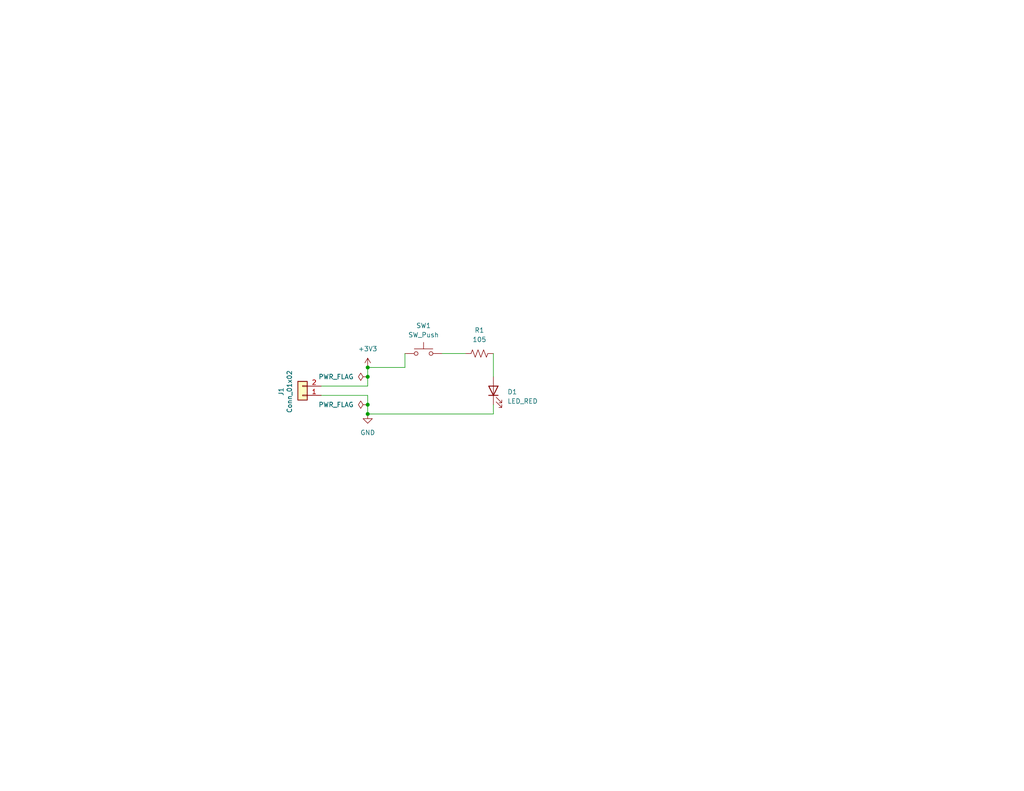
<source format=kicad_sch>
(kicad_sch (version 20231120) (generator "eeschema") (generator_version "8.0")
  (paper "USLetter")
  (title_block (title "Rushil Proj1 LED") (date "9-11-2025") (rev "1.0") (company "Illini Solar Car") (comment 1 "Designed By: Rushil Ramachandran"))
  (lib_symbols
    (symbol "Connector_Generic:Conn_01x02" (pin_names (offset 1.016) hide)
      (property "Reference" "J" (at 0 2.54 0))
      (property "Value" "Conn_01x02" (at 0 -5.08 0))
      (symbol "Conn_01x02_1_1"
        (rectangle (start -1.27 -2.413) (end 0 -2.667) (stroke (width 0.1524)))
        (rectangle (start -1.27 0.127) (end 0 -0.127) (stroke (width 0.1524)))
        (rectangle (start -1.27 1.27) (end 1.27 -3.81) (stroke (width 0.254)) (fill (type background)))
        (pin passive line (at -5.08 0 0) (length 3.81) (name "Pin_1") (number "1"))
        (pin passive line (at -5.08 -2.54 0) (length 3.81) (name "Pin_2") (number "2"))
      )
    )
    (symbol "Device:LED" (pin_numbers hide) (pin_names (offset 1.016) hide)
      (property "Reference" "D" (at 0 2.54 0))
      (property "Value" "LED" (at 0 -2.54 0))
      (symbol "LED_0_1"
        (polyline (pts (xy -1.27 -1.27) (xy -1.27 1.27)) (stroke (width 0.254)))
        (polyline (pts (xy -1.27 0) (xy 1.27 0)))
        (polyline (pts (xy 1.27 -1.27) (xy 1.27 1.27) (xy -1.27 0) (xy 1.27 -1.27)) (stroke (width 0.254)))
        (polyline (pts (xy -3.048 -0.762) (xy -4.572 -2.286) (xy -3.81 -2.286) (xy -4.572 -2.286) (xy -4.572 -1.524)))
        (polyline (pts (xy -1.778 -0.762) (xy -3.302 -2.286) (xy -2.54 -2.286) (xy -3.302 -2.286) (xy -3.302 -1.524)))
      )
      (symbol "LED_1_1"
        (pin passive line (at -3.81 0 0) (length 2.54) (name "K") (number "1"))
        (pin passive line (at 3.81 0 180) (length 2.54) (name "A") (number "2"))
      )
    )
    (symbol "Device:R_US" (pin_numbers hide) (pin_names (offset 0))
      (property "Reference" "R" (at 2.54 0 90))
      (property "Value" "R_US" (at -2.54 0 90))
      (symbol "R_US_0_1"
        (polyline (pts (xy 0 -2.286) (xy 0 -2.54)))
        (polyline (pts (xy 0 2.286) (xy 0 2.54)))
        (polyline (pts (xy 0 -0.762) (xy 1.016 -1.143) (xy 0 -1.524) (xy -1.016 -1.905) (xy 0 -2.286)))
        (polyline (pts (xy 0 0.762) (xy 1.016 0.381) (xy 0 0) (xy -1.016 -0.381) (xy 0 -0.762)))
        (polyline (pts (xy 0 2.286) (xy 1.016 1.905) (xy 0 1.524) (xy -1.016 1.143) (xy 0 0.762)))
      )
      (symbol "R_US_1_1"
        (pin passive line (at 0 3.81 270) (length 1.27) (name "~") (number "1"))
        (pin passive line (at 0 -3.81 90) (length 1.27) (name "~") (number "2"))
      )
    )
    (symbol "Switch:SW_Push" (pin_numbers hide) (pin_names (offset 1.016) hide)
      (property "Reference" "SW" (at 1.27 2.54 0))
      (property "Value" "SW_Push" (at 0 -1.524 0))
      (symbol "SW_Push_0_1"
        (circle (center -2.032 0) (radius 0.508))
        (polyline (pts (xy 0 1.27) (xy 0 3.048)))
        (polyline (pts (xy 2.54 1.27) (xy -2.54 1.27)))
        (circle (center 2.032 0) (radius 0.508))
        (pin passive line (at -5.08 0 0) (length 2.54) (name "1") (number "1"))
        (pin passive line (at 5.08 0 180) (length 2.54) (name "2") (number "2"))
      )
    )
    (symbol "power:+3V3" (power) (pin_names (offset 0))
      (property "Value" "+3V3" (at 0 3.556 0))
      (symbol "+3V3_0_1"
        (polyline (pts (xy -0.762 1.27) (xy 0 2.54)))
        (polyline (pts (xy 0 0) (xy 0 2.54)))
        (polyline (pts (xy 0 2.54) (xy 0.762 1.27)))
      )
      (symbol "+3V3_1_1"
        (pin power_in line (at 0 0 90) (length 0) hide (name "+3V3") (number "1"))
      )
    )
    (symbol "power:GND" (power) (pin_names (offset 0))
      (property "Value" "GND" (at 0 -3.81 0))
      (symbol "GND_0_1"
        (polyline (pts (xy 0 0) (xy 0 -1.27) (xy 1.27 -1.27) (xy 0 -2.54) (xy -1.27 -1.27) (xy 0 -1.27)))
      )
      (symbol "GND_1_1"
        (pin power_in line (at 0 0 270) (length 0) hide (name "GND") (number "1"))
      )
    )
    (symbol "power:PWR_FLAG" (power) (pin_numbers hide) (pin_names (offset 0) hide)
      (property "Value" "PWR_FLAG" (at 0 3.81 0))
      (symbol "PWR_FLAG_0_0"
        (pin power_out line (at 0 0 90) (length 0) (name "pwr") (number "1"))
      )
      (symbol "PWR_FLAG_0_1"
        (polyline (pts (xy 0 0) (xy 0 1.27) (xy -1.016 1.905) (xy 0 2.54) (xy 1.016 1.905) (xy 0 1.27)))
      )
    )
  )
  (junction (at 100.33 100.33))
  (junction (at 100.33 113.03))
  (junction (at 100.33 102.87))
  (junction (at 100.33 110.49))
  (wire (pts (xy 134.62 113.03) (xy 134.62 110.49)))
  (wire (pts (xy 134.62 96.52) (xy 134.62 102.87)))
  (wire (pts (xy 100.33 110.49) (xy 100.33 113.03)))
  (wire (pts (xy 100.33 102.87) (xy 100.33 105.41)))
  (wire (pts (xy 100.33 100.33) (xy 100.33 102.87)))
  (wire (pts (xy 100.33 107.95) (xy 100.33 110.49)))
  (wire (pts (xy 87.63 107.95) (xy 100.33 107.95)))
  (wire (pts (xy 87.63 105.41) (xy 100.33 105.41)))
  (wire (pts (xy 110.49 100.33) (xy 110.49 96.52)))
  (wire (pts (xy 134.62 113.03) (xy 100.33 113.03)))
  (wire (pts (xy 120.65 96.52) (xy 127 96.52)))
  (wire (pts (xy 100.33 100.33) (xy 110.49 100.33)))
  (symbol (lib_id "power:GND") (at 100.33 113.03 0) (unit 1)
    (property "Reference" "#PWR02" (effects (hide yes)))
    (property "Value" "GND" (at 100.33 118.11 0))
    (property "Description" "Power symbol creates a global label with name \"GND\" , ground" (effects (hide yes)))
  )
  (symbol (lib_id "power:PWR_FLAG") (at 100.33 102.87 90) (unit 1)
    (property "Reference" "#FLG01" (effects (hide yes)))
    (property "Value" "PWR_FLAG" (at 96.52 102.8699 90) (effects (justify left)))
    (property "Description" "Special symbol for telling ERC where power comes from" (effects (hide yes)))
  )
  (symbol (lib_id "power:PWR_FLAG") (at 100.33 110.49 90) (unit 1)
    (property "Reference" "#FLG02" (effects (hide yes)))
    (property "Value" "PWR_FLAG" (at 96.52 110.4899 90) (effects (justify left)))
    (property "Description" "Special symbol for telling ERC where power comes from" (effects (hide yes)))
  )
  (symbol (lib_id "Device:R_US") (at 130.81 96.52 90) (unit 1)
    (property "Reference" "R1" (at 130.81 90.17 90))
    (property "Value" "105" (at 130.81 92.71 90))
    (property "Footprint" "Resistor_SMD:R_0603_1608Metric_Pad0.98x0.95mm_HandSolder" (effects (hide yes)))
    (property "Description" "Resistor, US symbol" (effects (hide yes)))
  )
  (symbol (lib_id "Device:LED") (at 134.62 106.68 90) (unit 1)
    (property "Reference" "D1" (at 138.43 106.9974 90) (effects (justify right)))
    (property "Value" "LED_RED" (at 138.43 109.5374 90) (effects (justify right)))
    (property "Footprint" "layout:LED_0603_Symbol_on_F.SilkS" (effects (hide yes)))
    (property "Description" "Light emitting diode" (effects (hide yes)))
  )
  (symbol (lib_id "Connector_Generic:Conn_01x02") (at 82.55 107.95 180) (unit 1)
    (property "Reference" "J1" (at 76.708 106.934 90))
    (property "Value" "Conn_01x02" (at 78.994 106.934 90))
    (property "Footprint" "Connector_Molex:Molex_KK-254_AE-6410-02A_1x02_P2.54mm_Vertical" (effects (hide yes)))
    (property "Datasheet" "https://www.molex.com/en-us/products/part-detail/38007666" (effects (hide yes)))
    (property "Description" "Generic connector, single row, 01x02, script generated (kicad-library-utils/schlib/autogen/connector/)" (effects (hide yes)))
    (property "MPN" "38007666" (effects (hide yes)))
  )
  (symbol (lib_id "Switch:SW_Push") (at 115.57 96.52 0) (unit 1)
    (property "Reference" "SW1" (at 115.57 88.9 0))
    (property "Value" "SW_Push" (at 115.57 91.44 0))
    (property "Footprint" "Button_Switch_SMD:SW_DIP_SPSTx01_Slide_6.7x4.1mm_W6.73mm_P2.54mm_LowProfile_JPin" (effects (hide yes)))
    (property "Datasheet" "https://www.te.com/commerce/DocumentDelivery/DDEController?Action=srchrtrv&DocNm=1308111-1_SWITCHES_CORE_PROGRAM_CATALOG&DocType=Catalog%20Section&DocLang=English&DocFormat=pdf&PartCntxt=1825910-6" (effects (hide yes)))
    (property "Description" "Push button switch, generic, two pins" (effects (hide yes)))
    (property "MPN" "1825910-6" (effects (hide yes)))
  )
  (symbol (lib_id "power:+3V3") (at 100.33 100.33 0) (unit 1)
    (property "Reference" "#PWR01" (effects (hide yes)))
    (property "Value" "+3V3" (at 100.33 95.25 0))
    (property "Description" "Power symbol creates a global label with name \"+3V3\"" (effects (hide yes)))
  )
)
</source>
